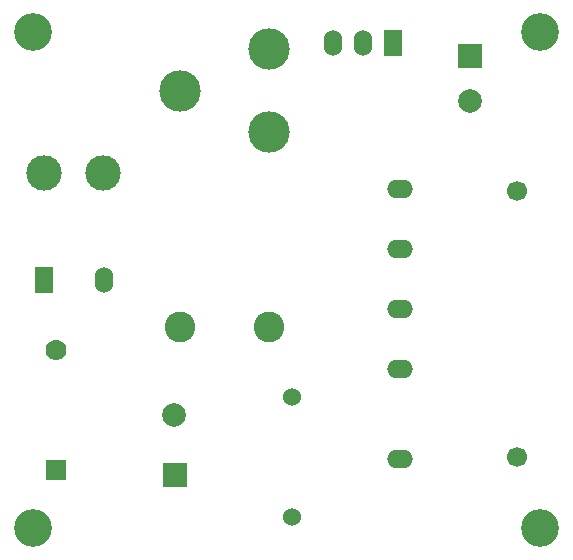
<source format=gtl>
G04 (created by PCBNEW-RS274X (2011-nov-30)-testing) date Mon 13 Aug 2012 02:38:31 PM CEST*
%MOIN*%
G04 Gerber Fmt 3.4, Leading zero omitted, Abs format*
%FSLAX34Y34*%
G01*
G70*
G90*
G04 APERTURE LIST*
%ADD10C,0.006*%
%ADD11C,0.06*%
%ADD12R,0.06X0.0866*%
%ADD13O,0.06X0.0866*%
%ADD14C,0.126*%
%ADD15C,0.1024*%
%ADD16C,0.1378*%
%ADD17C,0.07*%
%ADD18R,0.07X0.07*%
%ADD19R,0.0787X0.0787*%
%ADD20C,0.0787*%
%ADD21C,0.1181*%
%ADD22C,0.0669*%
%ADD23O,0.0866X0.06*%
G04 APERTURE END LIST*
G54D10*
G54D11*
X19291Y-40583D03*
X19291Y-36583D03*
G54D12*
X22654Y-24803D03*
G54D13*
X21654Y-24803D03*
X20654Y-24803D03*
G54D14*
X10630Y-40945D03*
X27559Y-40945D03*
G54D15*
X18504Y-34252D03*
G54D16*
X18504Y-27756D03*
X18504Y-25000D03*
X15551Y-26378D03*
G54D15*
X15551Y-34252D03*
G54D17*
X11417Y-35008D03*
G54D18*
X11417Y-39008D03*
G54D19*
X25197Y-25234D03*
G54D20*
X25197Y-26734D03*
G54D19*
X15364Y-39189D03*
G54D20*
X15354Y-37189D03*
G54D21*
X12992Y-29134D03*
X11023Y-29134D03*
G54D22*
X26772Y-38583D03*
X26772Y-29725D03*
G54D23*
X22866Y-29646D03*
X22866Y-31646D03*
X22866Y-33646D03*
X22866Y-35646D03*
X22866Y-38646D03*
G54D14*
X27559Y-24409D03*
X10630Y-24409D03*
G54D12*
X11024Y-32677D03*
G54D13*
X13024Y-32677D03*
M02*

</source>
